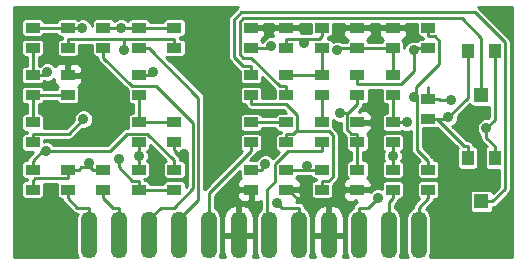
<source format=gbl>
G04 (created by PCBNEW (2013-07-07 BZR 4022)-stable) date 2014-07-07 10:16:25 AM*
%MOIN*%
G04 Gerber Fmt 3.4, Leading zero omitted, Abs format*
%FSLAX34Y34*%
G01*
G70*
G90*
G04 APERTURE LIST*
%ADD10C,0.00590551*%
%ADD11R,0.045X0.032*%
%ADD12O,0.0531496X0.15748*%
%ADD13R,0.0393701X0.0492126*%
%ADD14R,0.0472441X0.0492126*%
%ADD15C,0.035*%
%ADD16C,0.01*%
G04 APERTURE END LIST*
G54D10*
G54D11*
X30511Y-42854D03*
X30511Y-42184D03*
X25590Y-44429D03*
X25590Y-43759D03*
X26771Y-43759D03*
X26771Y-44429D03*
X25590Y-42854D03*
X25590Y-42184D03*
X34055Y-45334D03*
X34055Y-46004D03*
X34055Y-43759D03*
X34055Y-44429D03*
X34055Y-41279D03*
X34055Y-40609D03*
X32874Y-41279D03*
X32874Y-40609D03*
X34055Y-42184D03*
X34055Y-42854D03*
X22047Y-46004D03*
X22047Y-45334D03*
X31692Y-42854D03*
X31692Y-42184D03*
X31692Y-41279D03*
X31692Y-40609D03*
X25590Y-46004D03*
X25590Y-45334D03*
X26771Y-45334D03*
X26771Y-46004D03*
X24409Y-46004D03*
X24409Y-45334D03*
X23228Y-46004D03*
X23228Y-45334D03*
X35236Y-42972D03*
X35236Y-43642D03*
X29330Y-44429D03*
X29330Y-43759D03*
X29330Y-41279D03*
X29330Y-40609D03*
X30511Y-45334D03*
X30511Y-46004D03*
X29330Y-45334D03*
X29330Y-46004D03*
X31692Y-46004D03*
X31692Y-45334D03*
X30511Y-43759D03*
X30511Y-44429D03*
X29330Y-42184D03*
X29330Y-42854D03*
X32874Y-42854D03*
X32874Y-42184D03*
X32874Y-45334D03*
X32874Y-46004D03*
X32874Y-44429D03*
X32874Y-43759D03*
X35236Y-41279D03*
X35236Y-40609D03*
X35236Y-45334D03*
X35236Y-46004D03*
X22047Y-43759D03*
X22047Y-44429D03*
X23228Y-42854D03*
X23228Y-42184D03*
X22047Y-42184D03*
X22047Y-42854D03*
X22047Y-40609D03*
X22047Y-41279D03*
X23228Y-41279D03*
X23228Y-40609D03*
X26771Y-40609D03*
X26771Y-41279D03*
X25590Y-41279D03*
X25590Y-40609D03*
X24409Y-41279D03*
X24409Y-40609D03*
X31692Y-44429D03*
X31692Y-43759D03*
X30511Y-41279D03*
X30511Y-40609D03*
G54D12*
X34921Y-47519D03*
X33921Y-47519D03*
X32921Y-47519D03*
X31921Y-47519D03*
X30921Y-47519D03*
X29921Y-47519D03*
X28921Y-47519D03*
X27921Y-47519D03*
X26921Y-47519D03*
X25921Y-47519D03*
X24921Y-47519D03*
X23921Y-47519D03*
G54D13*
X37460Y-41397D03*
X36555Y-41397D03*
G54D14*
X37007Y-42854D03*
G54D13*
X37460Y-44940D03*
X36555Y-44940D03*
G54D14*
X37007Y-46397D03*
G54D15*
X35983Y-43019D03*
X37171Y-43957D03*
X35907Y-43593D03*
X31200Y-46299D03*
X27086Y-44822D03*
X28464Y-46338D03*
X33484Y-40610D03*
X31161Y-40629D03*
X28334Y-42044D03*
X32381Y-46491D03*
X24835Y-43894D03*
X24905Y-42721D03*
X28332Y-44118D03*
X34748Y-42932D03*
X25000Y-40609D03*
X25108Y-41365D03*
X30183Y-46440D03*
X33554Y-46287D03*
X23710Y-40620D03*
X32283Y-43453D03*
X31179Y-45224D03*
X29811Y-45157D03*
X26073Y-42076D03*
X23924Y-45122D03*
X22540Y-42083D03*
X22502Y-44724D03*
X32193Y-41365D03*
X24924Y-44972D03*
X25590Y-44881D03*
X34055Y-44881D03*
X34541Y-43761D03*
X34749Y-41365D03*
X30005Y-41220D03*
X31081Y-41121D03*
X23743Y-43654D03*
G54D16*
X35236Y-42598D02*
X35236Y-42972D01*
X35236Y-42972D02*
X35236Y-42972D01*
X35236Y-42972D02*
X35591Y-42972D01*
X37460Y-44940D02*
X37460Y-44564D01*
X35638Y-43019D02*
X35591Y-42972D01*
X35983Y-43019D02*
X35638Y-43019D01*
X37460Y-43668D02*
X37460Y-41397D01*
X37171Y-43957D02*
X37460Y-43668D01*
X37171Y-44275D02*
X37171Y-43957D01*
X37460Y-44564D02*
X37171Y-44275D01*
X35236Y-43642D02*
X35236Y-43642D01*
X35236Y-43642D02*
X35236Y-43642D01*
X35704Y-43642D02*
X35515Y-43642D01*
X35515Y-43642D02*
X35236Y-43642D01*
X36437Y-44564D02*
X36555Y-44564D01*
X35515Y-43642D02*
X36437Y-44564D01*
X36555Y-44940D02*
X36555Y-44564D01*
X35858Y-43642D02*
X35907Y-43593D01*
X35704Y-43642D02*
X35858Y-43642D01*
X36555Y-42945D02*
X36555Y-41397D01*
X35907Y-43593D02*
X36555Y-42945D01*
X24409Y-46294D02*
X24409Y-46004D01*
X24717Y-46602D02*
X24409Y-46294D01*
X24921Y-46602D02*
X24717Y-46602D01*
X24921Y-47519D02*
X24921Y-46602D01*
X24409Y-46004D02*
X24409Y-46004D01*
X23921Y-46602D02*
X23921Y-47519D01*
X23536Y-46602D02*
X23921Y-46602D01*
X23228Y-46294D02*
X23536Y-46602D01*
X23228Y-46004D02*
X23228Y-46294D01*
X23228Y-46004D02*
X23228Y-46004D01*
X25915Y-41279D02*
X25590Y-41279D01*
X27571Y-42935D02*
X25915Y-41279D01*
X27571Y-46347D02*
X27571Y-42935D01*
X26921Y-46998D02*
X27571Y-46347D01*
X26921Y-47519D02*
X26921Y-46998D01*
X25590Y-41279D02*
X25590Y-41279D01*
X24409Y-41607D02*
X24409Y-41279D01*
X25366Y-42564D02*
X24409Y-41607D01*
X26159Y-42564D02*
X25366Y-42564D01*
X27391Y-43796D02*
X26159Y-42564D01*
X27391Y-45963D02*
X27391Y-43796D01*
X26752Y-46602D02*
X27391Y-45963D01*
X26317Y-46602D02*
X26752Y-46602D01*
X25921Y-46998D02*
X26317Y-46602D01*
X25921Y-47519D02*
X25921Y-46998D01*
X24409Y-41279D02*
X24409Y-41279D01*
X30871Y-46299D02*
X31200Y-46299D01*
X30576Y-46004D02*
X30871Y-46299D01*
X30511Y-46004D02*
X30576Y-46004D01*
X26905Y-44822D02*
X27086Y-44822D01*
X26771Y-44689D02*
X26905Y-44822D01*
X26771Y-44429D02*
X26771Y-44689D01*
X28798Y-46004D02*
X28464Y-46338D01*
X29330Y-46004D02*
X28798Y-46004D01*
X33199Y-40610D02*
X33484Y-40610D01*
X33199Y-40609D02*
X33199Y-40610D01*
X32874Y-40609D02*
X33199Y-40609D01*
X31141Y-40609D02*
X29330Y-40609D01*
X31161Y-40629D02*
X31141Y-40609D01*
X29870Y-47468D02*
X29921Y-47519D01*
X29870Y-45990D02*
X29870Y-47468D01*
X30116Y-45744D02*
X29870Y-45990D01*
X30116Y-45156D02*
X30116Y-45744D01*
X30553Y-44719D02*
X30116Y-45156D01*
X31692Y-44719D02*
X30553Y-44719D01*
X31692Y-44429D02*
X31692Y-44719D01*
X31692Y-44429D02*
X31692Y-44429D01*
X27921Y-46129D02*
X27921Y-47519D01*
X29330Y-44719D02*
X27921Y-46129D01*
X29330Y-44429D02*
X29330Y-44719D01*
X29330Y-44429D02*
X29330Y-44429D01*
X34748Y-42932D02*
X34838Y-42932D01*
X35236Y-40900D02*
X35236Y-40609D01*
X35453Y-40900D02*
X35236Y-40900D01*
X35591Y-41037D02*
X35453Y-40900D01*
X35591Y-41828D02*
X35591Y-41037D01*
X34838Y-42580D02*
X35591Y-41828D01*
X34838Y-42932D02*
X34838Y-42580D01*
X35236Y-40609D02*
X35236Y-40609D01*
X34862Y-42955D02*
X34838Y-42932D01*
X34862Y-44670D02*
X34862Y-42955D01*
X35236Y-45044D02*
X34862Y-44670D01*
X35236Y-45334D02*
X35236Y-45044D01*
X35236Y-45334D02*
X35236Y-45334D01*
X25000Y-40609D02*
X25000Y-40609D01*
X25000Y-40609D02*
X25000Y-40609D01*
X24409Y-40609D02*
X24409Y-40609D01*
X24409Y-40609D02*
X25000Y-40609D01*
X24409Y-40609D02*
X24409Y-40609D01*
X25000Y-40609D02*
X25590Y-40609D01*
X25590Y-40609D02*
X25590Y-40609D01*
X25590Y-40609D02*
X26771Y-40609D01*
X26771Y-40609D02*
X26771Y-40609D01*
X26771Y-40609D02*
X26771Y-40609D01*
X25108Y-41365D02*
X25108Y-40989D01*
X26771Y-40989D02*
X25108Y-40989D01*
X26771Y-41279D02*
X26771Y-40989D01*
X26771Y-41279D02*
X26771Y-41279D01*
X23228Y-40989D02*
X23228Y-41279D01*
X25108Y-40989D02*
X23228Y-40989D01*
X23228Y-41279D02*
X23228Y-41279D01*
X30345Y-46602D02*
X30183Y-46440D01*
X30921Y-46602D02*
X30345Y-46602D01*
X30921Y-47519D02*
X30921Y-46602D01*
X33240Y-46602D02*
X33554Y-46287D01*
X32921Y-46602D02*
X33240Y-46602D01*
X32921Y-47519D02*
X32921Y-46602D01*
X23583Y-40609D02*
X23228Y-40609D01*
X23593Y-40620D02*
X23583Y-40609D01*
X23710Y-40620D02*
X23593Y-40620D01*
X23228Y-40609D02*
X23228Y-40609D01*
X22047Y-40609D02*
X22047Y-40609D01*
X22047Y-40609D02*
X22047Y-40609D01*
X23228Y-40609D02*
X22047Y-40609D01*
X23228Y-40609D02*
X23228Y-40609D01*
X32285Y-43454D02*
X32283Y-43453D01*
X32518Y-43454D02*
X32285Y-43454D01*
X32874Y-44139D02*
X32874Y-44429D01*
X32675Y-44139D02*
X32874Y-44139D01*
X32518Y-43983D02*
X32675Y-44139D01*
X32518Y-43454D02*
X32518Y-43983D01*
X32874Y-44429D02*
X32874Y-45334D01*
X32874Y-45334D02*
X32874Y-45334D01*
X32563Y-43454D02*
X32518Y-43454D01*
X32874Y-43144D02*
X32563Y-43454D01*
X32874Y-42854D02*
X32874Y-43144D01*
X32874Y-42854D02*
X32874Y-42854D01*
X30511Y-43759D02*
X30511Y-43759D01*
X30511Y-43759D02*
X30511Y-43759D01*
X29330Y-43759D02*
X29330Y-43759D01*
X30511Y-43759D02*
X29330Y-43759D01*
X29330Y-43759D02*
X29330Y-43759D01*
X37787Y-45984D02*
X37374Y-46397D01*
X37787Y-41092D02*
X37787Y-45984D01*
X36787Y-40092D02*
X37787Y-41092D01*
X29005Y-40092D02*
X36787Y-40092D01*
X28757Y-40341D02*
X29005Y-40092D01*
X28757Y-41574D02*
X28757Y-40341D01*
X29076Y-41894D02*
X28757Y-41574D01*
X29330Y-41894D02*
X29076Y-41894D01*
X29330Y-42184D02*
X29330Y-41894D01*
X37007Y-46397D02*
X37374Y-46397D01*
X30511Y-44139D02*
X30511Y-44429D01*
X30729Y-44139D02*
X30511Y-44139D01*
X30866Y-44001D02*
X30729Y-44139D01*
X30511Y-44429D02*
X30511Y-44429D01*
X31692Y-45714D02*
X31692Y-46004D01*
X31910Y-45714D02*
X31692Y-45714D01*
X32048Y-45576D02*
X31910Y-45714D01*
X32048Y-44191D02*
X32048Y-45576D01*
X31920Y-44063D02*
X32048Y-44191D01*
X30929Y-44063D02*
X31920Y-44063D01*
X30866Y-44001D02*
X30929Y-44063D01*
X31692Y-46004D02*
X31692Y-46004D01*
X30866Y-43529D02*
X30866Y-44001D01*
X30481Y-43144D02*
X30866Y-43529D01*
X29330Y-43144D02*
X30481Y-43144D01*
X29330Y-42854D02*
X29330Y-43144D01*
X29330Y-42854D02*
X29330Y-42854D01*
X31179Y-45257D02*
X31179Y-45224D01*
X31102Y-45334D02*
X31179Y-45257D01*
X31102Y-45334D02*
X31692Y-45334D01*
X30511Y-45334D02*
X30511Y-45334D01*
X31102Y-45334D02*
X30511Y-45334D01*
X30511Y-45334D02*
X30511Y-45334D01*
X31692Y-45334D02*
X31692Y-45334D01*
X29685Y-45334D02*
X29330Y-45334D01*
X29685Y-45283D02*
X29685Y-45334D01*
X29811Y-45157D02*
X29685Y-45283D01*
X29330Y-45334D02*
X29330Y-45334D01*
X25590Y-43351D02*
X25590Y-43759D01*
X25590Y-43351D02*
X25590Y-43759D01*
X25590Y-42854D02*
X25590Y-43351D01*
X25590Y-42854D02*
X25590Y-42854D01*
X26771Y-43759D02*
X26771Y-43759D01*
X26771Y-43759D02*
X26771Y-43759D01*
X25590Y-43759D02*
X25590Y-43759D01*
X26771Y-43759D02*
X25590Y-43759D01*
X25590Y-43759D02*
X25590Y-43759D01*
X25945Y-42184D02*
X25590Y-42184D01*
X26053Y-42076D02*
X25945Y-42184D01*
X26073Y-42076D02*
X26053Y-42076D01*
X25590Y-42184D02*
X25590Y-42184D01*
X23924Y-45252D02*
X23924Y-45122D01*
X22047Y-46004D02*
X22047Y-46004D01*
X23228Y-45624D02*
X23228Y-45334D01*
X22137Y-45624D02*
X23228Y-45624D01*
X22047Y-45714D02*
X22137Y-45624D01*
X22047Y-46004D02*
X22047Y-45714D01*
X23665Y-45252D02*
X23924Y-45252D01*
X23583Y-45334D02*
X23665Y-45252D01*
X23228Y-45334D02*
X23583Y-45334D01*
X23228Y-45334D02*
X23228Y-45334D01*
X24054Y-45334D02*
X24409Y-45334D01*
X23972Y-45252D02*
X24054Y-45334D01*
X23924Y-45252D02*
X23972Y-45252D01*
X24409Y-45334D02*
X24409Y-45334D01*
X22503Y-42083D02*
X22540Y-42083D01*
X22402Y-42184D02*
X22503Y-42083D01*
X22047Y-42184D02*
X22402Y-42184D01*
X22047Y-41279D02*
X22047Y-41732D01*
X22047Y-41279D02*
X22047Y-41279D01*
X22047Y-41732D02*
X22047Y-41958D01*
X22047Y-41958D02*
X22047Y-42184D01*
X22047Y-42184D02*
X22047Y-42184D01*
X22047Y-41732D02*
X22047Y-41958D01*
X22047Y-41958D02*
X22047Y-42184D01*
X24615Y-44724D02*
X22502Y-44724D01*
X25200Y-44139D02*
X24615Y-44724D01*
X25877Y-44139D02*
X25200Y-44139D01*
X26771Y-45033D02*
X25877Y-44139D01*
X26771Y-45334D02*
X26771Y-45033D01*
X26771Y-45334D02*
X26771Y-45334D01*
X22047Y-45044D02*
X22047Y-45334D01*
X22367Y-44724D02*
X22047Y-45044D01*
X22502Y-44724D02*
X22367Y-44724D01*
X22047Y-45334D02*
X22047Y-45334D01*
X31692Y-43759D02*
X31692Y-43759D01*
X31692Y-43759D02*
X31692Y-42854D01*
X31692Y-42854D02*
X31692Y-42854D01*
X34055Y-41732D02*
X34055Y-41279D01*
X34055Y-41732D02*
X34055Y-41279D01*
X32279Y-41279D02*
X32874Y-41279D01*
X32193Y-41365D02*
X32279Y-41279D01*
X32874Y-41279D02*
X32874Y-41279D01*
X34055Y-41279D02*
X34055Y-41279D01*
X32874Y-41279D02*
X34055Y-41279D01*
X34055Y-41279D02*
X34055Y-41279D01*
X32874Y-41279D02*
X32874Y-41279D01*
X34055Y-42184D02*
X34055Y-41732D01*
X34055Y-42184D02*
X34055Y-42184D01*
X32874Y-41279D02*
X32874Y-41279D01*
X34055Y-41279D02*
X34055Y-41279D01*
X30511Y-42854D02*
X30511Y-42854D01*
X30511Y-42564D02*
X30511Y-42854D01*
X30299Y-42564D02*
X30511Y-42564D01*
X29342Y-41607D02*
X30299Y-42564D01*
X29075Y-41607D02*
X29342Y-41607D01*
X28957Y-41489D02*
X29075Y-41607D01*
X28957Y-40406D02*
X28957Y-41489D01*
X29067Y-40296D02*
X28957Y-40406D01*
X36366Y-40296D02*
X29067Y-40296D01*
X37007Y-40938D02*
X37007Y-42854D01*
X36366Y-40296D02*
X37007Y-40938D01*
X31692Y-41882D02*
X31692Y-42184D01*
X31692Y-41882D02*
X31692Y-42184D01*
X31692Y-41279D02*
X31692Y-41882D01*
X31692Y-41279D02*
X31692Y-41279D01*
X31692Y-42184D02*
X31692Y-42184D01*
X31692Y-42184D02*
X31692Y-42184D01*
X30511Y-42184D02*
X30511Y-42184D01*
X31692Y-42184D02*
X30511Y-42184D01*
X30511Y-42184D02*
X30511Y-42184D01*
X25590Y-45714D02*
X25590Y-46004D01*
X25372Y-45714D02*
X25590Y-45714D01*
X24924Y-45265D02*
X25372Y-45714D01*
X24924Y-44972D02*
X24924Y-45265D01*
X25590Y-46004D02*
X25590Y-46004D01*
X26771Y-46004D02*
X26771Y-46004D01*
X26771Y-46004D02*
X26771Y-46004D01*
X25590Y-46004D02*
X26771Y-46004D01*
X25590Y-46004D02*
X25590Y-46004D01*
X25590Y-44881D02*
X25590Y-45334D01*
X25590Y-45334D02*
X25590Y-45334D01*
X25590Y-44429D02*
X25590Y-44881D01*
X25590Y-44429D02*
X25590Y-44429D01*
X34055Y-44429D02*
X34055Y-44881D01*
X34055Y-44429D02*
X34055Y-44429D01*
X34055Y-44881D02*
X34055Y-45334D01*
X34055Y-45334D02*
X34055Y-45334D01*
X34538Y-43759D02*
X34541Y-43761D01*
X34055Y-43759D02*
X34538Y-43759D01*
X34055Y-42854D02*
X34055Y-43453D01*
X34055Y-42854D02*
X34055Y-42854D01*
X34055Y-43453D02*
X34055Y-43606D01*
X34055Y-43606D02*
X34055Y-43759D01*
X34055Y-43759D02*
X34055Y-43759D01*
X34055Y-43453D02*
X34055Y-43606D01*
X34055Y-43606D02*
X34055Y-43759D01*
X32874Y-42474D02*
X32874Y-42184D01*
X34342Y-42474D02*
X32874Y-42474D01*
X34749Y-42067D02*
X34342Y-42474D01*
X34749Y-41365D02*
X34749Y-42067D01*
X32874Y-42184D02*
X32874Y-42184D01*
X34881Y-41279D02*
X35236Y-41279D01*
X34795Y-41365D02*
X34881Y-41279D01*
X34749Y-41365D02*
X34795Y-41365D01*
X35236Y-41279D02*
X35236Y-41279D01*
X29946Y-41279D02*
X29330Y-41279D01*
X30005Y-41220D02*
X29946Y-41279D01*
X29330Y-41279D02*
X29330Y-41279D01*
X31081Y-40989D02*
X31081Y-41121D01*
X30511Y-40989D02*
X31081Y-40989D01*
X30511Y-41279D02*
X30511Y-40989D01*
X30511Y-41279D02*
X30511Y-41279D01*
X31692Y-40900D02*
X31692Y-40609D01*
X31603Y-40989D02*
X31692Y-40900D01*
X31081Y-40989D02*
X31603Y-40989D01*
X31692Y-40609D02*
X31692Y-40609D01*
X22047Y-43307D02*
X22047Y-42854D01*
X22047Y-43307D02*
X22047Y-42854D01*
X22047Y-42854D02*
X22047Y-42854D01*
X22047Y-42854D02*
X22047Y-42854D01*
X23228Y-42854D02*
X23228Y-42854D01*
X23228Y-42854D02*
X22047Y-42854D01*
X23228Y-42854D02*
X23228Y-42854D01*
X22047Y-43759D02*
X22047Y-43307D01*
X22047Y-43759D02*
X22047Y-43759D01*
X22047Y-42854D02*
X22047Y-42854D01*
X22047Y-44139D02*
X22047Y-44429D01*
X23258Y-44139D02*
X22047Y-44139D01*
X23743Y-43654D02*
X23258Y-44139D01*
X22047Y-44429D02*
X22047Y-44429D01*
X33921Y-46428D02*
X33921Y-47519D01*
X34055Y-46294D02*
X33921Y-46428D01*
X34055Y-46004D02*
X34055Y-46294D01*
X34055Y-46004D02*
X34055Y-46004D01*
X34921Y-46602D02*
X34921Y-47519D01*
X35229Y-46294D02*
X34921Y-46602D01*
X35236Y-46294D02*
X35229Y-46294D01*
X35236Y-46004D02*
X35236Y-46294D01*
X35236Y-46004D02*
X35236Y-46004D01*
G54D10*
G36*
X26829Y-44479D02*
X26821Y-44479D01*
X26821Y-44487D01*
X26721Y-44487D01*
X26721Y-44479D01*
X26713Y-44479D01*
X26713Y-44379D01*
X26721Y-44379D01*
X26721Y-44371D01*
X26821Y-44371D01*
X26821Y-44379D01*
X26829Y-44379D01*
X26829Y-44479D01*
X26829Y-44479D01*
G37*
G54D16*
X26829Y-44479D02*
X26821Y-44479D01*
X26821Y-44487D01*
X26721Y-44487D01*
X26721Y-44479D01*
X26713Y-44479D01*
X26713Y-44379D01*
X26721Y-44379D01*
X26721Y-44371D01*
X26821Y-44371D01*
X26821Y-44379D01*
X26829Y-44379D01*
X26829Y-44479D01*
G54D10*
G36*
X27191Y-45880D02*
X27146Y-45925D01*
X27146Y-45814D01*
X27123Y-45759D01*
X27081Y-45717D01*
X27026Y-45694D01*
X26966Y-45694D01*
X26516Y-45694D01*
X26461Y-45717D01*
X26419Y-45759D01*
X26400Y-45804D01*
X25961Y-45804D01*
X25942Y-45759D01*
X25900Y-45717D01*
X25845Y-45694D01*
X25786Y-45694D01*
X25776Y-45644D01*
X25845Y-45644D01*
X25900Y-45621D01*
X25942Y-45579D01*
X25965Y-45524D01*
X25965Y-45464D01*
X25965Y-45144D01*
X25942Y-45089D01*
X25900Y-45047D01*
X25877Y-45037D01*
X25915Y-44946D01*
X25915Y-44817D01*
X25877Y-44726D01*
X25900Y-44716D01*
X25942Y-44674D01*
X25965Y-44619D01*
X25965Y-44559D01*
X25965Y-44510D01*
X26490Y-45035D01*
X26461Y-45047D01*
X26419Y-45089D01*
X26396Y-45144D01*
X26396Y-45203D01*
X26396Y-45523D01*
X26419Y-45579D01*
X26461Y-45621D01*
X26516Y-45644D01*
X26576Y-45644D01*
X27026Y-45644D01*
X27081Y-45621D01*
X27123Y-45579D01*
X27146Y-45524D01*
X27146Y-45464D01*
X27146Y-45144D01*
X27123Y-45089D01*
X27081Y-45047D01*
X27026Y-45024D01*
X26969Y-45024D01*
X26956Y-44957D01*
X26913Y-44892D01*
X26912Y-44892D01*
X26821Y-44801D01*
X26821Y-44776D01*
X26884Y-44839D01*
X26947Y-44839D01*
X27046Y-44839D01*
X27138Y-44801D01*
X27191Y-44748D01*
X27191Y-45880D01*
X27191Y-45880D01*
G37*
G54D16*
X27191Y-45880D02*
X27146Y-45925D01*
X27146Y-45814D01*
X27123Y-45759D01*
X27081Y-45717D01*
X27026Y-45694D01*
X26966Y-45694D01*
X26516Y-45694D01*
X26461Y-45717D01*
X26419Y-45759D01*
X26400Y-45804D01*
X25961Y-45804D01*
X25942Y-45759D01*
X25900Y-45717D01*
X25845Y-45694D01*
X25786Y-45694D01*
X25776Y-45644D01*
X25845Y-45644D01*
X25900Y-45621D01*
X25942Y-45579D01*
X25965Y-45524D01*
X25965Y-45464D01*
X25965Y-45144D01*
X25942Y-45089D01*
X25900Y-45047D01*
X25877Y-45037D01*
X25915Y-44946D01*
X25915Y-44817D01*
X25877Y-44726D01*
X25900Y-44716D01*
X25942Y-44674D01*
X25965Y-44619D01*
X25965Y-44559D01*
X25965Y-44510D01*
X26490Y-45035D01*
X26461Y-45047D01*
X26419Y-45089D01*
X26396Y-45144D01*
X26396Y-45203D01*
X26396Y-45523D01*
X26419Y-45579D01*
X26461Y-45621D01*
X26516Y-45644D01*
X26576Y-45644D01*
X27026Y-45644D01*
X27081Y-45621D01*
X27123Y-45579D01*
X27146Y-45524D01*
X27146Y-45464D01*
X27146Y-45144D01*
X27123Y-45089D01*
X27081Y-45047D01*
X27026Y-45024D01*
X26969Y-45024D01*
X26956Y-44957D01*
X26913Y-44892D01*
X26912Y-44892D01*
X26821Y-44801D01*
X26821Y-44776D01*
X26884Y-44839D01*
X26947Y-44839D01*
X27046Y-44839D01*
X27138Y-44801D01*
X27191Y-44748D01*
X27191Y-45880D01*
G54D10*
G36*
X29670Y-46656D02*
X29627Y-46685D01*
X29537Y-46820D01*
X29505Y-46979D01*
X29505Y-48059D01*
X29537Y-48218D01*
X29561Y-48255D01*
X29387Y-48255D01*
X29437Y-48091D01*
X29437Y-47569D01*
X29437Y-47469D01*
X29437Y-46948D01*
X29378Y-46754D01*
X29280Y-46634D01*
X29280Y-46351D01*
X29280Y-46054D01*
X28918Y-46054D01*
X28855Y-46116D01*
X28855Y-46213D01*
X28893Y-46305D01*
X28963Y-46376D01*
X29055Y-46414D01*
X29155Y-46414D01*
X29218Y-46414D01*
X29280Y-46351D01*
X29280Y-46634D01*
X29250Y-46597D01*
X29072Y-46502D01*
X29050Y-46498D01*
X28971Y-46547D01*
X28971Y-47469D01*
X29437Y-47469D01*
X29437Y-47569D01*
X28971Y-47569D01*
X28971Y-47577D01*
X28871Y-47577D01*
X28871Y-47569D01*
X28871Y-47469D01*
X28871Y-46547D01*
X28791Y-46498D01*
X28770Y-46502D01*
X28591Y-46597D01*
X28463Y-46754D01*
X28405Y-46948D01*
X28405Y-47469D01*
X28871Y-47469D01*
X28871Y-47569D01*
X28405Y-47569D01*
X28405Y-48091D01*
X28455Y-48255D01*
X28280Y-48255D01*
X28305Y-48218D01*
X28337Y-48059D01*
X28337Y-46979D01*
X28305Y-46820D01*
X28215Y-46685D01*
X28121Y-46622D01*
X28121Y-46211D01*
X28955Y-45377D01*
X28955Y-45523D01*
X28978Y-45579D01*
X29011Y-45612D01*
X28963Y-45632D01*
X28893Y-45702D01*
X28855Y-45794D01*
X28855Y-45891D01*
X28918Y-45954D01*
X29280Y-45954D01*
X29280Y-45946D01*
X29380Y-45946D01*
X29380Y-45954D01*
X29388Y-45954D01*
X29388Y-46054D01*
X29380Y-46054D01*
X29380Y-46351D01*
X29443Y-46414D01*
X29506Y-46414D01*
X29605Y-46414D01*
X29670Y-46387D01*
X29670Y-46656D01*
X29670Y-46656D01*
G37*
G54D16*
X29670Y-46656D02*
X29627Y-46685D01*
X29537Y-46820D01*
X29505Y-46979D01*
X29505Y-48059D01*
X29537Y-48218D01*
X29561Y-48255D01*
X29387Y-48255D01*
X29437Y-48091D01*
X29437Y-47569D01*
X29437Y-47469D01*
X29437Y-46948D01*
X29378Y-46754D01*
X29280Y-46634D01*
X29280Y-46351D01*
X29280Y-46054D01*
X28918Y-46054D01*
X28855Y-46116D01*
X28855Y-46213D01*
X28893Y-46305D01*
X28963Y-46376D01*
X29055Y-46414D01*
X29155Y-46414D01*
X29218Y-46414D01*
X29280Y-46351D01*
X29280Y-46634D01*
X29250Y-46597D01*
X29072Y-46502D01*
X29050Y-46498D01*
X28971Y-46547D01*
X28971Y-47469D01*
X29437Y-47469D01*
X29437Y-47569D01*
X28971Y-47569D01*
X28971Y-47577D01*
X28871Y-47577D01*
X28871Y-47569D01*
X28871Y-47469D01*
X28871Y-46547D01*
X28791Y-46498D01*
X28770Y-46502D01*
X28591Y-46597D01*
X28463Y-46754D01*
X28405Y-46948D01*
X28405Y-47469D01*
X28871Y-47469D01*
X28871Y-47569D01*
X28405Y-47569D01*
X28405Y-48091D01*
X28455Y-48255D01*
X28280Y-48255D01*
X28305Y-48218D01*
X28337Y-48059D01*
X28337Y-46979D01*
X28305Y-46820D01*
X28215Y-46685D01*
X28121Y-46622D01*
X28121Y-46211D01*
X28955Y-45377D01*
X28955Y-45523D01*
X28978Y-45579D01*
X29011Y-45612D01*
X28963Y-45632D01*
X28893Y-45702D01*
X28855Y-45794D01*
X28855Y-45891D01*
X28918Y-45954D01*
X29280Y-45954D01*
X29280Y-45946D01*
X29380Y-45946D01*
X29380Y-45954D01*
X29388Y-45954D01*
X29388Y-46054D01*
X29380Y-46054D01*
X29380Y-46351D01*
X29443Y-46414D01*
X29506Y-46414D01*
X29605Y-46414D01*
X29670Y-46387D01*
X29670Y-46656D01*
G54D10*
G36*
X30503Y-43449D02*
X30257Y-43449D01*
X30201Y-43472D01*
X30159Y-43514D01*
X30141Y-43559D01*
X29701Y-43559D01*
X29682Y-43514D01*
X29640Y-43472D01*
X29585Y-43449D01*
X29526Y-43449D01*
X29076Y-43449D01*
X29020Y-43472D01*
X28978Y-43514D01*
X28955Y-43569D01*
X28955Y-43629D01*
X28955Y-43949D01*
X28978Y-44004D01*
X29020Y-44046D01*
X29075Y-44069D01*
X29135Y-44069D01*
X29585Y-44069D01*
X29640Y-44046D01*
X29682Y-44004D01*
X29701Y-43959D01*
X30141Y-43959D01*
X30159Y-44004D01*
X30201Y-44046D01*
X30256Y-44069D01*
X30316Y-44069D01*
X30325Y-44069D01*
X30315Y-44119D01*
X30257Y-44119D01*
X30201Y-44142D01*
X30159Y-44184D01*
X30136Y-44239D01*
X30136Y-44299D01*
X30136Y-44619D01*
X30159Y-44674D01*
X30201Y-44716D01*
X30252Y-44737D01*
X30051Y-44938D01*
X29995Y-44882D01*
X29876Y-44832D01*
X29747Y-44832D01*
X29627Y-44882D01*
X29536Y-44973D01*
X29515Y-45024D01*
X29308Y-45024D01*
X29472Y-44861D01*
X29472Y-44861D01*
X29501Y-44817D01*
X29515Y-44796D01*
X29515Y-44796D01*
X29526Y-44739D01*
X29585Y-44739D01*
X29640Y-44716D01*
X29682Y-44674D01*
X29705Y-44619D01*
X29705Y-44559D01*
X29705Y-44239D01*
X29682Y-44184D01*
X29640Y-44142D01*
X29585Y-44119D01*
X29526Y-44119D01*
X29076Y-44119D01*
X29020Y-44142D01*
X28978Y-44184D01*
X28955Y-44239D01*
X28955Y-44299D01*
X28955Y-44619D01*
X28978Y-44674D01*
X29020Y-44716D01*
X29042Y-44725D01*
X27779Y-45987D01*
X27771Y-46000D01*
X27771Y-42935D01*
X27756Y-42859D01*
X27713Y-42794D01*
X27712Y-42794D01*
X26502Y-41583D01*
X26516Y-41589D01*
X26576Y-41589D01*
X27026Y-41589D01*
X27081Y-41567D01*
X27123Y-41524D01*
X27146Y-41469D01*
X27146Y-41410D01*
X27146Y-41090D01*
X27123Y-41035D01*
X27081Y-40992D01*
X27026Y-40969D01*
X26967Y-40969D01*
X26957Y-40919D01*
X27026Y-40919D01*
X27081Y-40897D01*
X27123Y-40854D01*
X27146Y-40799D01*
X27146Y-40740D01*
X27146Y-40420D01*
X27123Y-40365D01*
X27081Y-40322D01*
X27026Y-40299D01*
X26966Y-40299D01*
X26516Y-40299D01*
X26461Y-40322D01*
X26419Y-40364D01*
X26400Y-40409D01*
X25961Y-40409D01*
X25942Y-40365D01*
X25900Y-40322D01*
X25845Y-40299D01*
X25785Y-40299D01*
X25335Y-40299D01*
X25280Y-40322D01*
X25238Y-40364D01*
X25231Y-40381D01*
X25184Y-40334D01*
X25064Y-40284D01*
X24935Y-40284D01*
X24816Y-40334D01*
X24768Y-40381D01*
X24761Y-40365D01*
X24719Y-40322D01*
X24664Y-40299D01*
X24604Y-40299D01*
X24154Y-40299D01*
X24099Y-40322D01*
X24057Y-40364D01*
X24034Y-40419D01*
X24034Y-40479D01*
X24034Y-40553D01*
X23985Y-40436D01*
X23894Y-40344D01*
X23775Y-40295D01*
X23645Y-40295D01*
X23550Y-40334D01*
X23538Y-40322D01*
X23483Y-40299D01*
X23423Y-40299D01*
X22973Y-40299D01*
X22918Y-40322D01*
X22876Y-40364D01*
X22857Y-40409D01*
X22418Y-40409D01*
X22399Y-40365D01*
X22357Y-40322D01*
X22302Y-40299D01*
X22242Y-40299D01*
X21792Y-40299D01*
X21737Y-40322D01*
X21695Y-40364D01*
X21672Y-40419D01*
X21672Y-40479D01*
X21672Y-40799D01*
X21695Y-40854D01*
X21737Y-40896D01*
X21792Y-40919D01*
X21851Y-40919D01*
X22301Y-40919D01*
X22357Y-40897D01*
X22399Y-40854D01*
X22418Y-40809D01*
X22857Y-40809D01*
X22876Y-40854D01*
X22918Y-40896D01*
X22973Y-40919D01*
X23033Y-40919D01*
X23042Y-40919D01*
X23032Y-40969D01*
X22973Y-40969D01*
X22918Y-40992D01*
X22876Y-41034D01*
X22853Y-41089D01*
X22853Y-41149D01*
X22853Y-41469D01*
X22876Y-41524D01*
X22918Y-41566D01*
X22973Y-41589D01*
X23033Y-41589D01*
X23483Y-41589D01*
X23538Y-41567D01*
X23580Y-41524D01*
X23603Y-41469D01*
X23603Y-41410D01*
X23603Y-41189D01*
X24034Y-41189D01*
X24034Y-41469D01*
X24057Y-41524D01*
X24099Y-41566D01*
X24154Y-41589D01*
X24209Y-41589D01*
X24209Y-41607D01*
X24224Y-41684D01*
X24268Y-41749D01*
X25215Y-42696D01*
X25215Y-42724D01*
X25215Y-43044D01*
X25238Y-43099D01*
X25280Y-43141D01*
X25335Y-43164D01*
X25390Y-43164D01*
X25390Y-43351D01*
X25390Y-43449D01*
X25335Y-43449D01*
X25280Y-43472D01*
X25238Y-43514D01*
X25215Y-43569D01*
X25215Y-43629D01*
X25215Y-43939D01*
X25200Y-43939D01*
X25123Y-43954D01*
X25059Y-43997D01*
X24532Y-44524D01*
X22761Y-44524D01*
X22686Y-44448D01*
X22567Y-44399D01*
X22438Y-44398D01*
X22422Y-44405D01*
X22422Y-44339D01*
X23258Y-44339D01*
X23335Y-44324D01*
X23399Y-44280D01*
X23701Y-43979D01*
X23808Y-43979D01*
X23927Y-43930D01*
X24019Y-43838D01*
X24068Y-43719D01*
X24068Y-43589D01*
X24019Y-43470D01*
X23928Y-43378D01*
X23808Y-43329D01*
X23679Y-43329D01*
X23559Y-43378D01*
X23468Y-43469D01*
X23418Y-43589D01*
X23418Y-43696D01*
X23175Y-43939D01*
X22422Y-43939D01*
X22422Y-43889D01*
X22422Y-43569D01*
X22399Y-43514D01*
X22357Y-43472D01*
X22302Y-43449D01*
X22247Y-43449D01*
X22247Y-43307D01*
X22247Y-43164D01*
X22301Y-43164D01*
X22357Y-43141D01*
X22399Y-43099D01*
X22418Y-43054D01*
X22857Y-43054D01*
X22876Y-43099D01*
X22918Y-43141D01*
X22973Y-43164D01*
X23033Y-43164D01*
X23483Y-43164D01*
X23538Y-43141D01*
X23580Y-43099D01*
X23603Y-43044D01*
X23603Y-42984D01*
X23603Y-42664D01*
X23580Y-42609D01*
X23547Y-42576D01*
X23595Y-42556D01*
X23665Y-42486D01*
X23703Y-42394D01*
X23703Y-41975D01*
X23665Y-41883D01*
X23595Y-41812D01*
X23503Y-41774D01*
X23403Y-41774D01*
X23340Y-41774D01*
X23278Y-41837D01*
X23278Y-42134D01*
X23640Y-42134D01*
X23703Y-42072D01*
X23703Y-41975D01*
X23703Y-42394D01*
X23703Y-42297D01*
X23640Y-42234D01*
X23278Y-42234D01*
X23278Y-42242D01*
X23178Y-42242D01*
X23178Y-42234D01*
X23170Y-42234D01*
X23170Y-42134D01*
X23178Y-42134D01*
X23178Y-41837D01*
X23115Y-41774D01*
X23052Y-41774D01*
X22953Y-41774D01*
X22861Y-41812D01*
X22795Y-41878D01*
X22725Y-41808D01*
X22605Y-41758D01*
X22476Y-41758D01*
X22356Y-41807D01*
X22289Y-41874D01*
X22247Y-41874D01*
X22247Y-41732D01*
X22247Y-41589D01*
X22301Y-41589D01*
X22357Y-41567D01*
X22399Y-41524D01*
X22422Y-41469D01*
X22422Y-41410D01*
X22422Y-41090D01*
X22399Y-41035D01*
X22357Y-40992D01*
X22302Y-40969D01*
X22242Y-40969D01*
X21792Y-40969D01*
X21737Y-40992D01*
X21695Y-41034D01*
X21672Y-41089D01*
X21672Y-41149D01*
X21672Y-41469D01*
X21695Y-41524D01*
X21737Y-41566D01*
X21792Y-41589D01*
X21847Y-41589D01*
X21847Y-41732D01*
X21847Y-41874D01*
X21792Y-41874D01*
X21737Y-41897D01*
X21695Y-41939D01*
X21672Y-41994D01*
X21672Y-42054D01*
X21672Y-42374D01*
X21695Y-42429D01*
X21737Y-42471D01*
X21792Y-42494D01*
X21851Y-42494D01*
X22301Y-42494D01*
X22357Y-42471D01*
X22399Y-42429D01*
X22418Y-42384D01*
X22475Y-42408D01*
X22605Y-42408D01*
X22724Y-42359D01*
X22753Y-42330D01*
X22753Y-42394D01*
X22791Y-42486D01*
X22861Y-42556D01*
X22909Y-42576D01*
X22876Y-42609D01*
X22857Y-42654D01*
X22418Y-42654D01*
X22399Y-42609D01*
X22357Y-42567D01*
X22302Y-42544D01*
X22242Y-42544D01*
X21792Y-42544D01*
X21737Y-42567D01*
X21695Y-42609D01*
X21672Y-42664D01*
X21672Y-42724D01*
X21672Y-43044D01*
X21695Y-43099D01*
X21737Y-43141D01*
X21792Y-43164D01*
X21847Y-43164D01*
X21847Y-43307D01*
X21847Y-43449D01*
X21792Y-43449D01*
X21737Y-43472D01*
X21695Y-43514D01*
X21672Y-43569D01*
X21672Y-43629D01*
X21672Y-43949D01*
X21695Y-44004D01*
X21737Y-44046D01*
X21792Y-44069D01*
X21851Y-44069D01*
X21861Y-44069D01*
X21851Y-44119D01*
X21792Y-44119D01*
X21737Y-44142D01*
X21695Y-44184D01*
X21672Y-44239D01*
X21672Y-44299D01*
X21672Y-44619D01*
X21695Y-44674D01*
X21737Y-44716D01*
X21792Y-44739D01*
X21851Y-44739D01*
X22068Y-44739D01*
X21905Y-44902D01*
X21862Y-44967D01*
X21851Y-45024D01*
X21792Y-45024D01*
X21737Y-45047D01*
X21695Y-45089D01*
X21672Y-45144D01*
X21672Y-45203D01*
X21672Y-45523D01*
X21695Y-45579D01*
X21737Y-45621D01*
X21792Y-45644D01*
X21851Y-45644D01*
X21861Y-45644D01*
X21851Y-45694D01*
X21792Y-45694D01*
X21737Y-45717D01*
X21695Y-45759D01*
X21672Y-45814D01*
X21672Y-45873D01*
X21672Y-46193D01*
X21695Y-46249D01*
X21737Y-46291D01*
X21792Y-46314D01*
X21851Y-46314D01*
X22301Y-46314D01*
X22357Y-46291D01*
X22399Y-46249D01*
X22422Y-46194D01*
X22422Y-46134D01*
X22422Y-45824D01*
X22853Y-45824D01*
X22853Y-45873D01*
X22853Y-46193D01*
X22876Y-46249D01*
X22918Y-46291D01*
X22973Y-46314D01*
X23032Y-46314D01*
X23043Y-46371D01*
X23086Y-46435D01*
X23394Y-46743D01*
X23394Y-46743D01*
X23459Y-46787D01*
X23536Y-46802D01*
X23549Y-46802D01*
X23537Y-46820D01*
X23505Y-46979D01*
X23505Y-48059D01*
X23537Y-48218D01*
X23561Y-48255D01*
X21429Y-48255D01*
X21429Y-39933D01*
X28890Y-39933D01*
X28864Y-39951D01*
X28615Y-40199D01*
X28572Y-40264D01*
X28557Y-40341D01*
X28557Y-41574D01*
X28572Y-41651D01*
X28615Y-41716D01*
X28935Y-42035D01*
X28935Y-42035D01*
X28955Y-42049D01*
X28955Y-42054D01*
X28955Y-42374D01*
X28978Y-42429D01*
X29020Y-42471D01*
X29075Y-42494D01*
X29135Y-42494D01*
X29585Y-42494D01*
X29640Y-42471D01*
X29682Y-42429D01*
X29705Y-42374D01*
X29705Y-42314D01*
X29705Y-42253D01*
X30136Y-42684D01*
X30136Y-42724D01*
X30136Y-42944D01*
X29705Y-42944D01*
X29705Y-42664D01*
X29682Y-42609D01*
X29640Y-42567D01*
X29585Y-42544D01*
X29526Y-42544D01*
X29076Y-42544D01*
X29020Y-42567D01*
X28978Y-42609D01*
X28955Y-42664D01*
X28955Y-42724D01*
X28955Y-43044D01*
X28978Y-43099D01*
X29020Y-43141D01*
X29075Y-43164D01*
X29134Y-43164D01*
X29145Y-43221D01*
X29189Y-43286D01*
X29254Y-43329D01*
X29330Y-43344D01*
X30399Y-43344D01*
X30503Y-43449D01*
X30503Y-43449D01*
G37*
G54D16*
X30503Y-43449D02*
X30257Y-43449D01*
X30201Y-43472D01*
X30159Y-43514D01*
X30141Y-43559D01*
X29701Y-43559D01*
X29682Y-43514D01*
X29640Y-43472D01*
X29585Y-43449D01*
X29526Y-43449D01*
X29076Y-43449D01*
X29020Y-43472D01*
X28978Y-43514D01*
X28955Y-43569D01*
X28955Y-43629D01*
X28955Y-43949D01*
X28978Y-44004D01*
X29020Y-44046D01*
X29075Y-44069D01*
X29135Y-44069D01*
X29585Y-44069D01*
X29640Y-44046D01*
X29682Y-44004D01*
X29701Y-43959D01*
X30141Y-43959D01*
X30159Y-44004D01*
X30201Y-44046D01*
X30256Y-44069D01*
X30316Y-44069D01*
X30325Y-44069D01*
X30315Y-44119D01*
X30257Y-44119D01*
X30201Y-44142D01*
X30159Y-44184D01*
X30136Y-44239D01*
X30136Y-44299D01*
X30136Y-44619D01*
X30159Y-44674D01*
X30201Y-44716D01*
X30252Y-44737D01*
X30051Y-44938D01*
X29995Y-44882D01*
X29876Y-44832D01*
X29747Y-44832D01*
X29627Y-44882D01*
X29536Y-44973D01*
X29515Y-45024D01*
X29308Y-45024D01*
X29472Y-44861D01*
X29472Y-44861D01*
X29501Y-44817D01*
X29515Y-44796D01*
X29515Y-44796D01*
X29526Y-44739D01*
X29585Y-44739D01*
X29640Y-44716D01*
X29682Y-44674D01*
X29705Y-44619D01*
X29705Y-44559D01*
X29705Y-44239D01*
X29682Y-44184D01*
X29640Y-44142D01*
X29585Y-44119D01*
X29526Y-44119D01*
X29076Y-44119D01*
X29020Y-44142D01*
X28978Y-44184D01*
X28955Y-44239D01*
X28955Y-44299D01*
X28955Y-44619D01*
X28978Y-44674D01*
X29020Y-44716D01*
X29042Y-44725D01*
X27779Y-45987D01*
X27771Y-46000D01*
X27771Y-42935D01*
X27756Y-42859D01*
X27713Y-42794D01*
X27712Y-42794D01*
X26502Y-41583D01*
X26516Y-41589D01*
X26576Y-41589D01*
X27026Y-41589D01*
X27081Y-41567D01*
X27123Y-41524D01*
X27146Y-41469D01*
X27146Y-41410D01*
X27146Y-41090D01*
X27123Y-41035D01*
X27081Y-40992D01*
X27026Y-40969D01*
X26967Y-40969D01*
X26957Y-40919D01*
X27026Y-40919D01*
X27081Y-40897D01*
X27123Y-40854D01*
X27146Y-40799D01*
X27146Y-40740D01*
X27146Y-40420D01*
X27123Y-40365D01*
X27081Y-40322D01*
X27026Y-40299D01*
X26966Y-40299D01*
X26516Y-40299D01*
X26461Y-40322D01*
X26419Y-40364D01*
X26400Y-40409D01*
X25961Y-40409D01*
X25942Y-40365D01*
X25900Y-40322D01*
X25845Y-40299D01*
X25785Y-40299D01*
X25335Y-40299D01*
X25280Y-40322D01*
X25238Y-40364D01*
X25231Y-40381D01*
X25184Y-40334D01*
X25064Y-40284D01*
X24935Y-40284D01*
X24816Y-40334D01*
X24768Y-40381D01*
X24761Y-40365D01*
X24719Y-40322D01*
X24664Y-40299D01*
X24604Y-40299D01*
X24154Y-40299D01*
X24099Y-40322D01*
X24057Y-40364D01*
X24034Y-40419D01*
X24034Y-40479D01*
X24034Y-40553D01*
X23985Y-40436D01*
X23894Y-40344D01*
X23775Y-40295D01*
X23645Y-40295D01*
X23550Y-40334D01*
X23538Y-40322D01*
X23483Y-40299D01*
X23423Y-40299D01*
X22973Y-40299D01*
X22918Y-40322D01*
X22876Y-40364D01*
X22857Y-40409D01*
X22418Y-40409D01*
X22399Y-40365D01*
X22357Y-40322D01*
X22302Y-40299D01*
X22242Y-40299D01*
X21792Y-40299D01*
X21737Y-40322D01*
X21695Y-40364D01*
X21672Y-40419D01*
X21672Y-40479D01*
X21672Y-40799D01*
X21695Y-40854D01*
X21737Y-40896D01*
X21792Y-40919D01*
X21851Y-40919D01*
X22301Y-40919D01*
X22357Y-40897D01*
X22399Y-40854D01*
X22418Y-40809D01*
X22857Y-40809D01*
X22876Y-40854D01*
X22918Y-40896D01*
X22973Y-40919D01*
X23033Y-40919D01*
X23042Y-40919D01*
X23032Y-40969D01*
X22973Y-40969D01*
X22918Y-40992D01*
X22876Y-41034D01*
X22853Y-41089D01*
X22853Y-41149D01*
X22853Y-41469D01*
X22876Y-41524D01*
X22918Y-41566D01*
X22973Y-41589D01*
X23033Y-41589D01*
X23483Y-41589D01*
X23538Y-41567D01*
X23580Y-41524D01*
X23603Y-41469D01*
X23603Y-41410D01*
X23603Y-41189D01*
X24034Y-41189D01*
X24034Y-41469D01*
X24057Y-41524D01*
X24099Y-41566D01*
X24154Y-41589D01*
X24209Y-41589D01*
X24209Y-41607D01*
X24224Y-41684D01*
X24268Y-41749D01*
X25215Y-42696D01*
X25215Y-42724D01*
X25215Y-43044D01*
X25238Y-43099D01*
X25280Y-43141D01*
X25335Y-43164D01*
X25390Y-43164D01*
X25390Y-43351D01*
X25390Y-43449D01*
X25335Y-43449D01*
X25280Y-43472D01*
X25238Y-43514D01*
X25215Y-43569D01*
X25215Y-43629D01*
X25215Y-43939D01*
X25200Y-43939D01*
X25123Y-43954D01*
X25059Y-43997D01*
X24532Y-44524D01*
X22761Y-44524D01*
X22686Y-44448D01*
X22567Y-44399D01*
X22438Y-44398D01*
X22422Y-44405D01*
X22422Y-44339D01*
X23258Y-44339D01*
X23335Y-44324D01*
X23399Y-44280D01*
X23701Y-43979D01*
X23808Y-43979D01*
X23927Y-43930D01*
X24019Y-43838D01*
X24068Y-43719D01*
X24068Y-43589D01*
X24019Y-43470D01*
X23928Y-43378D01*
X23808Y-43329D01*
X23679Y-43329D01*
X23559Y-43378D01*
X23468Y-43469D01*
X23418Y-43589D01*
X23418Y-43696D01*
X23175Y-43939D01*
X22422Y-43939D01*
X22422Y-43889D01*
X22422Y-43569D01*
X22399Y-43514D01*
X22357Y-43472D01*
X22302Y-43449D01*
X22247Y-43449D01*
X22247Y-43307D01*
X22247Y-43164D01*
X22301Y-43164D01*
X22357Y-43141D01*
X22399Y-43099D01*
X22418Y-43054D01*
X22857Y-43054D01*
X22876Y-43099D01*
X22918Y-43141D01*
X22973Y-43164D01*
X23033Y-43164D01*
X23483Y-43164D01*
X23538Y-43141D01*
X23580Y-43099D01*
X23603Y-43044D01*
X23603Y-42984D01*
X23603Y-42664D01*
X23580Y-42609D01*
X23547Y-42576D01*
X23595Y-42556D01*
X23665Y-42486D01*
X23703Y-42394D01*
X23703Y-41975D01*
X23665Y-41883D01*
X23595Y-41812D01*
X23503Y-41774D01*
X23403Y-41774D01*
X23340Y-41774D01*
X23278Y-41837D01*
X23278Y-42134D01*
X23640Y-42134D01*
X23703Y-42072D01*
X23703Y-41975D01*
X23703Y-42394D01*
X23703Y-42297D01*
X23640Y-42234D01*
X23278Y-42234D01*
X23278Y-42242D01*
X23178Y-42242D01*
X23178Y-42234D01*
X23170Y-42234D01*
X23170Y-42134D01*
X23178Y-42134D01*
X23178Y-41837D01*
X23115Y-41774D01*
X23052Y-41774D01*
X22953Y-41774D01*
X22861Y-41812D01*
X22795Y-41878D01*
X22725Y-41808D01*
X22605Y-41758D01*
X22476Y-41758D01*
X22356Y-41807D01*
X22289Y-41874D01*
X22247Y-41874D01*
X22247Y-41732D01*
X22247Y-41589D01*
X22301Y-41589D01*
X22357Y-41567D01*
X22399Y-41524D01*
X22422Y-41469D01*
X22422Y-41410D01*
X22422Y-41090D01*
X22399Y-41035D01*
X22357Y-40992D01*
X22302Y-40969D01*
X22242Y-40969D01*
X21792Y-40969D01*
X21737Y-40992D01*
X21695Y-41034D01*
X21672Y-41089D01*
X21672Y-41149D01*
X21672Y-41469D01*
X21695Y-41524D01*
X21737Y-41566D01*
X21792Y-41589D01*
X21847Y-41589D01*
X21847Y-41732D01*
X21847Y-41874D01*
X21792Y-41874D01*
X21737Y-41897D01*
X21695Y-41939D01*
X21672Y-41994D01*
X21672Y-42054D01*
X21672Y-42374D01*
X21695Y-42429D01*
X21737Y-42471D01*
X21792Y-42494D01*
X21851Y-42494D01*
X22301Y-42494D01*
X22357Y-42471D01*
X22399Y-42429D01*
X22418Y-42384D01*
X22475Y-42408D01*
X22605Y-42408D01*
X22724Y-42359D01*
X22753Y-42330D01*
X22753Y-42394D01*
X22791Y-42486D01*
X22861Y-42556D01*
X22909Y-42576D01*
X22876Y-42609D01*
X22857Y-42654D01*
X22418Y-42654D01*
X22399Y-42609D01*
X22357Y-42567D01*
X22302Y-42544D01*
X22242Y-42544D01*
X21792Y-42544D01*
X21737Y-42567D01*
X21695Y-42609D01*
X21672Y-42664D01*
X21672Y-42724D01*
X21672Y-43044D01*
X21695Y-43099D01*
X21737Y-43141D01*
X21792Y-43164D01*
X21847Y-43164D01*
X21847Y-43307D01*
X21847Y-43449D01*
X21792Y-43449D01*
X21737Y-43472D01*
X21695Y-43514D01*
X21672Y-43569D01*
X21672Y-43629D01*
X21672Y-43949D01*
X21695Y-44004D01*
X21737Y-44046D01*
X21792Y-44069D01*
X21851Y-44069D01*
X21861Y-44069D01*
X21851Y-44119D01*
X21792Y-44119D01*
X21737Y-44142D01*
X21695Y-44184D01*
X21672Y-44239D01*
X21672Y-44299D01*
X21672Y-44619D01*
X21695Y-44674D01*
X21737Y-44716D01*
X21792Y-44739D01*
X21851Y-44739D01*
X22068Y-44739D01*
X21905Y-44902D01*
X21862Y-44967D01*
X21851Y-45024D01*
X21792Y-45024D01*
X21737Y-45047D01*
X21695Y-45089D01*
X21672Y-45144D01*
X21672Y-45203D01*
X21672Y-45523D01*
X21695Y-45579D01*
X21737Y-45621D01*
X21792Y-45644D01*
X21851Y-45644D01*
X21861Y-45644D01*
X21851Y-45694D01*
X21792Y-45694D01*
X21737Y-45717D01*
X21695Y-45759D01*
X21672Y-45814D01*
X21672Y-45873D01*
X21672Y-46193D01*
X21695Y-46249D01*
X21737Y-46291D01*
X21792Y-46314D01*
X21851Y-46314D01*
X22301Y-46314D01*
X22357Y-46291D01*
X22399Y-46249D01*
X22422Y-46194D01*
X22422Y-46134D01*
X22422Y-45824D01*
X22853Y-45824D01*
X22853Y-45873D01*
X22853Y-46193D01*
X22876Y-46249D01*
X22918Y-46291D01*
X22973Y-46314D01*
X23032Y-46314D01*
X23043Y-46371D01*
X23086Y-46435D01*
X23394Y-46743D01*
X23394Y-46743D01*
X23459Y-46787D01*
X23536Y-46802D01*
X23549Y-46802D01*
X23537Y-46820D01*
X23505Y-46979D01*
X23505Y-48059D01*
X23537Y-48218D01*
X23561Y-48255D01*
X21429Y-48255D01*
X21429Y-39933D01*
X28890Y-39933D01*
X28864Y-39951D01*
X28615Y-40199D01*
X28572Y-40264D01*
X28557Y-40341D01*
X28557Y-41574D01*
X28572Y-41651D01*
X28615Y-41716D01*
X28935Y-42035D01*
X28935Y-42035D01*
X28955Y-42049D01*
X28955Y-42054D01*
X28955Y-42374D01*
X28978Y-42429D01*
X29020Y-42471D01*
X29075Y-42494D01*
X29135Y-42494D01*
X29585Y-42494D01*
X29640Y-42471D01*
X29682Y-42429D01*
X29705Y-42374D01*
X29705Y-42314D01*
X29705Y-42253D01*
X30136Y-42684D01*
X30136Y-42724D01*
X30136Y-42944D01*
X29705Y-42944D01*
X29705Y-42664D01*
X29682Y-42609D01*
X29640Y-42567D01*
X29585Y-42544D01*
X29526Y-42544D01*
X29076Y-42544D01*
X29020Y-42567D01*
X28978Y-42609D01*
X28955Y-42664D01*
X28955Y-42724D01*
X28955Y-43044D01*
X28978Y-43099D01*
X29020Y-43141D01*
X29075Y-43164D01*
X29134Y-43164D01*
X29145Y-43221D01*
X29189Y-43286D01*
X29254Y-43329D01*
X29330Y-43344D01*
X30399Y-43344D01*
X30503Y-43449D01*
G54D10*
G36*
X31317Y-40789D02*
X31081Y-40789D01*
X30986Y-40789D01*
X30986Y-40722D01*
X30924Y-40659D01*
X30561Y-40659D01*
X30561Y-40667D01*
X30461Y-40667D01*
X30461Y-40659D01*
X30099Y-40659D01*
X30036Y-40722D01*
X30036Y-40819D01*
X30068Y-40895D01*
X29941Y-40895D01*
X29821Y-40945D01*
X29730Y-41036D01*
X29712Y-41079D01*
X29701Y-41079D01*
X29682Y-41035D01*
X29649Y-41001D01*
X29697Y-40981D01*
X29767Y-40911D01*
X29805Y-40819D01*
X29805Y-40722D01*
X29743Y-40659D01*
X29380Y-40659D01*
X29380Y-40667D01*
X29280Y-40667D01*
X29280Y-40659D01*
X29272Y-40659D01*
X29272Y-40559D01*
X29280Y-40559D01*
X29280Y-40552D01*
X29380Y-40552D01*
X29380Y-40559D01*
X29743Y-40559D01*
X29805Y-40497D01*
X29805Y-40496D01*
X30036Y-40496D01*
X30036Y-40497D01*
X30099Y-40559D01*
X30461Y-40559D01*
X30461Y-40552D01*
X30561Y-40552D01*
X30561Y-40559D01*
X30924Y-40559D01*
X30986Y-40497D01*
X30986Y-40496D01*
X31317Y-40496D01*
X31317Y-40789D01*
X31317Y-40789D01*
G37*
G54D16*
X31317Y-40789D02*
X31081Y-40789D01*
X30986Y-40789D01*
X30986Y-40722D01*
X30924Y-40659D01*
X30561Y-40659D01*
X30561Y-40667D01*
X30461Y-40667D01*
X30461Y-40659D01*
X30099Y-40659D01*
X30036Y-40722D01*
X30036Y-40819D01*
X30068Y-40895D01*
X29941Y-40895D01*
X29821Y-40945D01*
X29730Y-41036D01*
X29712Y-41079D01*
X29701Y-41079D01*
X29682Y-41035D01*
X29649Y-41001D01*
X29697Y-40981D01*
X29767Y-40911D01*
X29805Y-40819D01*
X29805Y-40722D01*
X29743Y-40659D01*
X29380Y-40659D01*
X29380Y-40667D01*
X29280Y-40667D01*
X29280Y-40659D01*
X29272Y-40659D01*
X29272Y-40559D01*
X29280Y-40559D01*
X29280Y-40552D01*
X29380Y-40552D01*
X29380Y-40559D01*
X29743Y-40559D01*
X29805Y-40497D01*
X29805Y-40496D01*
X30036Y-40496D01*
X30036Y-40497D01*
X30099Y-40559D01*
X30461Y-40559D01*
X30461Y-40552D01*
X30561Y-40552D01*
X30561Y-40559D01*
X30924Y-40559D01*
X30986Y-40497D01*
X30986Y-40496D01*
X31317Y-40496D01*
X31317Y-40789D01*
G54D10*
G36*
X35050Y-40969D02*
X34981Y-40969D01*
X34926Y-40992D01*
X34884Y-41034D01*
X34871Y-41064D01*
X34814Y-41040D01*
X34685Y-41040D01*
X34565Y-41090D01*
X34474Y-41181D01*
X34430Y-41288D01*
X34430Y-41090D01*
X34407Y-41035D01*
X34373Y-41001D01*
X34421Y-40981D01*
X34492Y-40911D01*
X34530Y-40819D01*
X34530Y-40722D01*
X34467Y-40659D01*
X34105Y-40659D01*
X34105Y-40667D01*
X34005Y-40667D01*
X34005Y-40659D01*
X33642Y-40659D01*
X33580Y-40722D01*
X33580Y-40819D01*
X33618Y-40911D01*
X33688Y-40981D01*
X33736Y-41001D01*
X33703Y-41034D01*
X33684Y-41079D01*
X33244Y-41079D01*
X33226Y-41035D01*
X33192Y-41001D01*
X33240Y-40981D01*
X33311Y-40911D01*
X33349Y-40819D01*
X33349Y-40722D01*
X33286Y-40659D01*
X32924Y-40659D01*
X32924Y-40667D01*
X32824Y-40667D01*
X32824Y-40659D01*
X32461Y-40659D01*
X32399Y-40722D01*
X32398Y-40819D01*
X32436Y-40911D01*
X32507Y-40981D01*
X32555Y-41001D01*
X32521Y-41034D01*
X32503Y-41079D01*
X32352Y-41079D01*
X32258Y-41040D01*
X32129Y-41040D01*
X32059Y-41069D01*
X32045Y-41035D01*
X32002Y-40992D01*
X31947Y-40969D01*
X31888Y-40969D01*
X31879Y-40969D01*
X31888Y-40919D01*
X31947Y-40919D01*
X32002Y-40897D01*
X32045Y-40854D01*
X32067Y-40799D01*
X32067Y-40740D01*
X32067Y-40496D01*
X32399Y-40496D01*
X32399Y-40497D01*
X32461Y-40559D01*
X32824Y-40559D01*
X32824Y-40552D01*
X32924Y-40552D01*
X32924Y-40559D01*
X33286Y-40559D01*
X33349Y-40497D01*
X33349Y-40496D01*
X33580Y-40496D01*
X33580Y-40497D01*
X33642Y-40559D01*
X34005Y-40559D01*
X34005Y-40552D01*
X34105Y-40552D01*
X34105Y-40559D01*
X34467Y-40559D01*
X34530Y-40497D01*
X34530Y-40496D01*
X34861Y-40496D01*
X34861Y-40799D01*
X34883Y-40854D01*
X34926Y-40896D01*
X34981Y-40919D01*
X35040Y-40919D01*
X35050Y-40969D01*
X35050Y-40969D01*
G37*
G54D16*
X35050Y-40969D02*
X34981Y-40969D01*
X34926Y-40992D01*
X34884Y-41034D01*
X34871Y-41064D01*
X34814Y-41040D01*
X34685Y-41040D01*
X34565Y-41090D01*
X34474Y-41181D01*
X34430Y-41288D01*
X34430Y-41090D01*
X34407Y-41035D01*
X34373Y-41001D01*
X34421Y-40981D01*
X34492Y-40911D01*
X34530Y-40819D01*
X34530Y-40722D01*
X34467Y-40659D01*
X34105Y-40659D01*
X34105Y-40667D01*
X34005Y-40667D01*
X34005Y-40659D01*
X33642Y-40659D01*
X33580Y-40722D01*
X33580Y-40819D01*
X33618Y-40911D01*
X33688Y-40981D01*
X33736Y-41001D01*
X33703Y-41034D01*
X33684Y-41079D01*
X33244Y-41079D01*
X33226Y-41035D01*
X33192Y-41001D01*
X33240Y-40981D01*
X33311Y-40911D01*
X33349Y-40819D01*
X33349Y-40722D01*
X33286Y-40659D01*
X32924Y-40659D01*
X32924Y-40667D01*
X32824Y-40667D01*
X32824Y-40659D01*
X32461Y-40659D01*
X32399Y-40722D01*
X32398Y-40819D01*
X32436Y-40911D01*
X32507Y-40981D01*
X32555Y-41001D01*
X32521Y-41034D01*
X32503Y-41079D01*
X32352Y-41079D01*
X32258Y-41040D01*
X32129Y-41040D01*
X32059Y-41069D01*
X32045Y-41035D01*
X32002Y-40992D01*
X31947Y-40969D01*
X31888Y-40969D01*
X31879Y-40969D01*
X31888Y-40919D01*
X31947Y-40919D01*
X32002Y-40897D01*
X32045Y-40854D01*
X32067Y-40799D01*
X32067Y-40740D01*
X32067Y-40496D01*
X32399Y-40496D01*
X32399Y-40497D01*
X32461Y-40559D01*
X32824Y-40559D01*
X32824Y-40552D01*
X32924Y-40552D01*
X32924Y-40559D01*
X33286Y-40559D01*
X33349Y-40497D01*
X33349Y-40496D01*
X33580Y-40496D01*
X33580Y-40497D01*
X33642Y-40559D01*
X34005Y-40559D01*
X34005Y-40552D01*
X34105Y-40552D01*
X34105Y-40559D01*
X34467Y-40559D01*
X34530Y-40497D01*
X34530Y-40496D01*
X34861Y-40496D01*
X34861Y-40799D01*
X34883Y-40854D01*
X34926Y-40896D01*
X34981Y-40919D01*
X35040Y-40919D01*
X35050Y-40969D01*
G54D10*
G36*
X38019Y-48255D02*
X35280Y-48255D01*
X35305Y-48218D01*
X35337Y-48059D01*
X35337Y-46979D01*
X35305Y-46820D01*
X35215Y-46685D01*
X35158Y-46647D01*
X35356Y-46450D01*
X35377Y-46435D01*
X35420Y-46371D01*
X35432Y-46314D01*
X35490Y-46314D01*
X35546Y-46291D01*
X35588Y-46249D01*
X35611Y-46194D01*
X35611Y-46134D01*
X35611Y-45814D01*
X35588Y-45759D01*
X35546Y-45717D01*
X35491Y-45694D01*
X35431Y-45694D01*
X34981Y-45694D01*
X34926Y-45717D01*
X34884Y-45759D01*
X34861Y-45814D01*
X34861Y-45873D01*
X34861Y-46193D01*
X34883Y-46249D01*
X34926Y-46291D01*
X34942Y-46298D01*
X34779Y-46460D01*
X34736Y-46525D01*
X34721Y-46602D01*
X34721Y-46622D01*
X34627Y-46685D01*
X34537Y-46820D01*
X34505Y-46979D01*
X34505Y-48059D01*
X34537Y-48218D01*
X34561Y-48255D01*
X34280Y-48255D01*
X34305Y-48218D01*
X34337Y-48059D01*
X34337Y-46979D01*
X34305Y-46820D01*
X34215Y-46685D01*
X34121Y-46622D01*
X34121Y-46511D01*
X34196Y-46435D01*
X34196Y-46435D01*
X34225Y-46392D01*
X34239Y-46371D01*
X34239Y-46371D01*
X34251Y-46314D01*
X34309Y-46314D01*
X34364Y-46291D01*
X34407Y-46249D01*
X34430Y-46194D01*
X34430Y-46134D01*
X34430Y-45814D01*
X34430Y-45464D01*
X34430Y-45144D01*
X34407Y-45089D01*
X34365Y-45047D01*
X34342Y-45037D01*
X34380Y-44946D01*
X34380Y-44817D01*
X34342Y-44726D01*
X34364Y-44716D01*
X34407Y-44674D01*
X34430Y-44619D01*
X34430Y-44559D01*
X34430Y-44239D01*
X34407Y-44184D01*
X34365Y-44142D01*
X34310Y-44119D01*
X34250Y-44119D01*
X33800Y-44119D01*
X33745Y-44142D01*
X33703Y-44184D01*
X33680Y-44239D01*
X33680Y-44299D01*
X33680Y-44619D01*
X33702Y-44674D01*
X33745Y-44716D01*
X33767Y-44726D01*
X33730Y-44816D01*
X33730Y-44946D01*
X33767Y-45037D01*
X33745Y-45047D01*
X33703Y-45089D01*
X33680Y-45144D01*
X33680Y-45203D01*
X33680Y-45523D01*
X33702Y-45579D01*
X33745Y-45621D01*
X33800Y-45644D01*
X33859Y-45644D01*
X34309Y-45644D01*
X34364Y-45621D01*
X34407Y-45579D01*
X34430Y-45524D01*
X34430Y-45464D01*
X34430Y-45814D01*
X34407Y-45759D01*
X34365Y-45717D01*
X34310Y-45694D01*
X34250Y-45694D01*
X33800Y-45694D01*
X33745Y-45717D01*
X33703Y-45759D01*
X33680Y-45814D01*
X33680Y-45873D01*
X33680Y-45987D01*
X33619Y-45962D01*
X33490Y-45962D01*
X33370Y-46012D01*
X33307Y-46075D01*
X33286Y-46054D01*
X32924Y-46054D01*
X32924Y-46062D01*
X32824Y-46062D01*
X32824Y-46054D01*
X32461Y-46054D01*
X32399Y-46116D01*
X32398Y-46213D01*
X32436Y-46305D01*
X32507Y-46376D01*
X32599Y-46414D01*
X32698Y-46414D01*
X32761Y-46414D01*
X32824Y-46351D01*
X32824Y-46414D01*
X32824Y-46414D01*
X32861Y-46414D01*
X32844Y-46417D01*
X32824Y-46431D01*
X32779Y-46460D01*
X32736Y-46525D01*
X32721Y-46602D01*
X32721Y-46622D01*
X32627Y-46685D01*
X32537Y-46820D01*
X32505Y-46979D01*
X32505Y-48059D01*
X32537Y-48218D01*
X32561Y-48255D01*
X32387Y-48255D01*
X32437Y-48091D01*
X32437Y-47569D01*
X32437Y-47469D01*
X32437Y-46948D01*
X32378Y-46754D01*
X32250Y-46597D01*
X32072Y-46502D01*
X32050Y-46498D01*
X31971Y-46547D01*
X31971Y-47469D01*
X32437Y-47469D01*
X32437Y-47569D01*
X31971Y-47569D01*
X31971Y-47577D01*
X31871Y-47577D01*
X31871Y-47569D01*
X31871Y-47469D01*
X31871Y-46547D01*
X31791Y-46498D01*
X31770Y-46502D01*
X31591Y-46597D01*
X31463Y-46754D01*
X31405Y-46948D01*
X31405Y-47469D01*
X31871Y-47469D01*
X31871Y-47569D01*
X31405Y-47569D01*
X31405Y-48091D01*
X31455Y-48255D01*
X31280Y-48255D01*
X31305Y-48218D01*
X31337Y-48059D01*
X31337Y-46979D01*
X31305Y-46820D01*
X31215Y-46685D01*
X31121Y-46622D01*
X31121Y-46602D01*
X31106Y-46525D01*
X31062Y-46460D01*
X30997Y-46417D01*
X30921Y-46402D01*
X30815Y-46402D01*
X30878Y-46376D01*
X30948Y-46305D01*
X30986Y-46213D01*
X30986Y-46116D01*
X30924Y-46054D01*
X30561Y-46054D01*
X30561Y-46062D01*
X30461Y-46062D01*
X30461Y-46054D01*
X30453Y-46054D01*
X30453Y-45954D01*
X30461Y-45954D01*
X30461Y-45946D01*
X30561Y-45946D01*
X30561Y-45954D01*
X30924Y-45954D01*
X30986Y-45891D01*
X30986Y-45794D01*
X30948Y-45702D01*
X30878Y-45632D01*
X30830Y-45612D01*
X30863Y-45579D01*
X30882Y-45534D01*
X31077Y-45534D01*
X31114Y-45549D01*
X31243Y-45549D01*
X31281Y-45534D01*
X31322Y-45534D01*
X31340Y-45579D01*
X31382Y-45621D01*
X31437Y-45644D01*
X31497Y-45644D01*
X31506Y-45644D01*
X31496Y-45694D01*
X31438Y-45694D01*
X31383Y-45717D01*
X31340Y-45759D01*
X31317Y-45814D01*
X31317Y-45873D01*
X31317Y-46193D01*
X31340Y-46249D01*
X31382Y-46291D01*
X31437Y-46314D01*
X31497Y-46314D01*
X31947Y-46314D01*
X32002Y-46291D01*
X32045Y-46249D01*
X32067Y-46194D01*
X32067Y-46134D01*
X32067Y-45839D01*
X32189Y-45718D01*
X32189Y-45718D01*
X32232Y-45653D01*
X32248Y-45576D01*
X32248Y-44191D01*
X32232Y-44114D01*
X32189Y-44049D01*
X32188Y-44049D01*
X32067Y-43928D01*
X32067Y-43889D01*
X32067Y-43697D01*
X32099Y-43728D01*
X32218Y-43778D01*
X32318Y-43778D01*
X32318Y-43983D01*
X32334Y-44059D01*
X32377Y-44124D01*
X32499Y-44246D01*
X32498Y-44299D01*
X32498Y-44619D01*
X32521Y-44674D01*
X32563Y-44716D01*
X32619Y-44739D01*
X32674Y-44739D01*
X32674Y-45024D01*
X32619Y-45024D01*
X32564Y-45047D01*
X32521Y-45089D01*
X32499Y-45144D01*
X32498Y-45203D01*
X32498Y-45523D01*
X32521Y-45579D01*
X32555Y-45612D01*
X32507Y-45632D01*
X32436Y-45702D01*
X32398Y-45794D01*
X32399Y-45891D01*
X32461Y-45954D01*
X32824Y-45954D01*
X32824Y-45946D01*
X32924Y-45946D01*
X32924Y-45954D01*
X33286Y-45954D01*
X33349Y-45891D01*
X33349Y-45794D01*
X33311Y-45702D01*
X33240Y-45632D01*
X33192Y-45612D01*
X33226Y-45579D01*
X33248Y-45524D01*
X33249Y-45464D01*
X33249Y-45144D01*
X33226Y-45089D01*
X33184Y-45047D01*
X33128Y-45024D01*
X33074Y-45024D01*
X33074Y-44739D01*
X33128Y-44739D01*
X33183Y-44716D01*
X33226Y-44674D01*
X33248Y-44619D01*
X33249Y-44559D01*
X33249Y-44239D01*
X33226Y-44184D01*
X33192Y-44151D01*
X33240Y-44131D01*
X33311Y-44060D01*
X33349Y-43968D01*
X33349Y-43871D01*
X33286Y-43809D01*
X32924Y-43809D01*
X32924Y-43817D01*
X32824Y-43817D01*
X32824Y-43809D01*
X32816Y-43809D01*
X32816Y-43709D01*
X32824Y-43709D01*
X32824Y-43701D01*
X32924Y-43701D01*
X32924Y-43709D01*
X33286Y-43709D01*
X33349Y-43646D01*
X33349Y-43549D01*
X33311Y-43458D01*
X33240Y-43387D01*
X33148Y-43349D01*
X33049Y-43349D01*
X32986Y-43349D01*
X32924Y-43411D01*
X32924Y-43377D01*
X33014Y-43286D01*
X33015Y-43286D01*
X33058Y-43221D01*
X33070Y-43164D01*
X33128Y-43164D01*
X33183Y-43141D01*
X33226Y-43099D01*
X33248Y-43044D01*
X33249Y-42984D01*
X33249Y-42674D01*
X33680Y-42674D01*
X33680Y-42724D01*
X33680Y-43044D01*
X33702Y-43099D01*
X33745Y-43141D01*
X33800Y-43164D01*
X33855Y-43164D01*
X33855Y-43449D01*
X33800Y-43449D01*
X33745Y-43472D01*
X33703Y-43514D01*
X33680Y-43569D01*
X33680Y-43629D01*
X33680Y-43949D01*
X33702Y-44004D01*
X33745Y-44046D01*
X33800Y-44069D01*
X33859Y-44069D01*
X34309Y-44069D01*
X34364Y-44046D01*
X34369Y-44042D01*
X34476Y-44086D01*
X34605Y-44086D01*
X34662Y-44063D01*
X34662Y-44670D01*
X34677Y-44746D01*
X34720Y-44811D01*
X34947Y-45038D01*
X34926Y-45047D01*
X34884Y-45089D01*
X34861Y-45144D01*
X34861Y-45203D01*
X34861Y-45523D01*
X34883Y-45579D01*
X34926Y-45621D01*
X34981Y-45644D01*
X35040Y-45644D01*
X35490Y-45644D01*
X35546Y-45621D01*
X35588Y-45579D01*
X35611Y-45524D01*
X35611Y-45464D01*
X35611Y-45144D01*
X35588Y-45089D01*
X35546Y-45047D01*
X35491Y-45024D01*
X35432Y-45024D01*
X35420Y-44967D01*
X35377Y-44902D01*
X35377Y-44902D01*
X35062Y-44587D01*
X35062Y-43952D01*
X35490Y-43952D01*
X35527Y-43937D01*
X36222Y-44631D01*
X36208Y-44664D01*
X36208Y-44724D01*
X36208Y-45216D01*
X36231Y-45271D01*
X36273Y-45314D01*
X36328Y-45336D01*
X36387Y-45337D01*
X36781Y-45337D01*
X36836Y-45314D01*
X36879Y-45272D01*
X36901Y-45216D01*
X36901Y-45157D01*
X36901Y-44665D01*
X36879Y-44610D01*
X36837Y-44567D01*
X36781Y-44544D01*
X36751Y-44544D01*
X36739Y-44488D01*
X36696Y-44423D01*
X36631Y-44379D01*
X36555Y-44364D01*
X36520Y-44364D01*
X36044Y-43888D01*
X36091Y-43869D01*
X36182Y-43777D01*
X36232Y-43658D01*
X36232Y-43551D01*
X36631Y-43152D01*
X36644Y-43185D01*
X36686Y-43227D01*
X36741Y-43250D01*
X36801Y-43250D01*
X37260Y-43250D01*
X37260Y-43585D01*
X37213Y-43632D01*
X37107Y-43632D01*
X36987Y-43681D01*
X36896Y-43773D01*
X36846Y-43892D01*
X36846Y-44022D01*
X36895Y-44141D01*
X36971Y-44217D01*
X36971Y-44275D01*
X36986Y-44352D01*
X37029Y-44416D01*
X37180Y-44567D01*
X37178Y-44567D01*
X37136Y-44609D01*
X37113Y-44664D01*
X37113Y-44724D01*
X37113Y-45216D01*
X37136Y-45271D01*
X37178Y-45314D01*
X37233Y-45336D01*
X37293Y-45337D01*
X37587Y-45337D01*
X37587Y-45901D01*
X37386Y-46102D01*
X37371Y-46066D01*
X37329Y-46024D01*
X37274Y-46001D01*
X37214Y-46001D01*
X36741Y-46001D01*
X36686Y-46024D01*
X36644Y-46066D01*
X36621Y-46121D01*
X36621Y-46181D01*
X36621Y-46673D01*
X36644Y-46728D01*
X36686Y-46770D01*
X36741Y-46793D01*
X36801Y-46793D01*
X37273Y-46793D01*
X37328Y-46770D01*
X37371Y-46728D01*
X37394Y-46673D01*
X37394Y-46613D01*
X37394Y-46593D01*
X37450Y-46582D01*
X37515Y-46539D01*
X37929Y-46125D01*
X37929Y-46125D01*
X37958Y-46082D01*
X37972Y-46060D01*
X37972Y-46060D01*
X37987Y-45984D01*
X37987Y-45984D01*
X37987Y-41092D01*
X37972Y-41016D01*
X37972Y-41016D01*
X37929Y-40951D01*
X36928Y-39951D01*
X36902Y-39933D01*
X38019Y-39933D01*
X38019Y-48255D01*
X38019Y-48255D01*
G37*
G54D16*
X38019Y-48255D02*
X35280Y-48255D01*
X35305Y-48218D01*
X35337Y-48059D01*
X35337Y-46979D01*
X35305Y-46820D01*
X35215Y-46685D01*
X35158Y-46647D01*
X35356Y-46450D01*
X35377Y-46435D01*
X35420Y-46371D01*
X35432Y-46314D01*
X35490Y-46314D01*
X35546Y-46291D01*
X35588Y-46249D01*
X35611Y-46194D01*
X35611Y-46134D01*
X35611Y-45814D01*
X35588Y-45759D01*
X35546Y-45717D01*
X35491Y-45694D01*
X35431Y-45694D01*
X34981Y-45694D01*
X34926Y-45717D01*
X34884Y-45759D01*
X34861Y-45814D01*
X34861Y-45873D01*
X34861Y-46193D01*
X34883Y-46249D01*
X34926Y-46291D01*
X34942Y-46298D01*
X34779Y-46460D01*
X34736Y-46525D01*
X34721Y-46602D01*
X34721Y-46622D01*
X34627Y-46685D01*
X34537Y-46820D01*
X34505Y-46979D01*
X34505Y-48059D01*
X34537Y-48218D01*
X34561Y-48255D01*
X34280Y-48255D01*
X34305Y-48218D01*
X34337Y-48059D01*
X34337Y-46979D01*
X34305Y-46820D01*
X34215Y-46685D01*
X34121Y-46622D01*
X34121Y-46511D01*
X34196Y-46435D01*
X34196Y-46435D01*
X34225Y-46392D01*
X34239Y-46371D01*
X34239Y-46371D01*
X34251Y-46314D01*
X34309Y-46314D01*
X34364Y-46291D01*
X34407Y-46249D01*
X34430Y-46194D01*
X34430Y-46134D01*
X34430Y-45814D01*
X34430Y-45464D01*
X34430Y-45144D01*
X34407Y-45089D01*
X34365Y-45047D01*
X34342Y-45037D01*
X34380Y-44946D01*
X34380Y-44817D01*
X34342Y-44726D01*
X34364Y-44716D01*
X34407Y-44674D01*
X34430Y-44619D01*
X34430Y-44559D01*
X34430Y-44239D01*
X34407Y-44184D01*
X34365Y-44142D01*
X34310Y-44119D01*
X34250Y-44119D01*
X33800Y-44119D01*
X33745Y-44142D01*
X33703Y-44184D01*
X33680Y-44239D01*
X33680Y-44299D01*
X33680Y-44619D01*
X33702Y-44674D01*
X33745Y-44716D01*
X33767Y-44726D01*
X33730Y-44816D01*
X33730Y-44946D01*
X33767Y-45037D01*
X33745Y-45047D01*
X33703Y-45089D01*
X33680Y-45144D01*
X33680Y-45203D01*
X33680Y-45523D01*
X33702Y-45579D01*
X33745Y-45621D01*
X33800Y-45644D01*
X33859Y-45644D01*
X34309Y-45644D01*
X34364Y-45621D01*
X34407Y-45579D01*
X34430Y-45524D01*
X34430Y-45464D01*
X34430Y-45814D01*
X34407Y-45759D01*
X34365Y-45717D01*
X34310Y-45694D01*
X34250Y-45694D01*
X33800Y-45694D01*
X33745Y-45717D01*
X33703Y-45759D01*
X33680Y-45814D01*
X33680Y-45873D01*
X33680Y-45987D01*
X33619Y-45962D01*
X33490Y-45962D01*
X33370Y-46012D01*
X33307Y-46075D01*
X33286Y-46054D01*
X32924Y-46054D01*
X32924Y-46062D01*
X32824Y-46062D01*
X32824Y-46054D01*
X32461Y-46054D01*
X32399Y-46116D01*
X32398Y-46213D01*
X32436Y-46305D01*
X32507Y-46376D01*
X32599Y-46414D01*
X32698Y-46414D01*
X32761Y-46414D01*
X32824Y-46351D01*
X32824Y-46414D01*
X32824Y-46414D01*
X32861Y-46414D01*
X32844Y-46417D01*
X32824Y-46431D01*
X32779Y-46460D01*
X32736Y-46525D01*
X32721Y-46602D01*
X32721Y-46622D01*
X32627Y-46685D01*
X32537Y-46820D01*
X32505Y-46979D01*
X32505Y-48059D01*
X32537Y-48218D01*
X32561Y-48255D01*
X32387Y-48255D01*
X32437Y-48091D01*
X32437Y-47569D01*
X32437Y-47469D01*
X32437Y-46948D01*
X32378Y-46754D01*
X32250Y-46597D01*
X32072Y-46502D01*
X32050Y-46498D01*
X31971Y-46547D01*
X31971Y-47469D01*
X32437Y-47469D01*
X32437Y-47569D01*
X31971Y-47569D01*
X31971Y-47577D01*
X31871Y-47577D01*
X31871Y-47569D01*
X31871Y-47469D01*
X31871Y-46547D01*
X31791Y-46498D01*
X31770Y-46502D01*
X31591Y-46597D01*
X31463Y-46754D01*
X31405Y-46948D01*
X31405Y-47469D01*
X31871Y-47469D01*
X31871Y-47569D01*
X31405Y-47569D01*
X31405Y-48091D01*
X31455Y-48255D01*
X31280Y-48255D01*
X31305Y-48218D01*
X31337Y-48059D01*
X31337Y-46979D01*
X31305Y-46820D01*
X31215Y-46685D01*
X31121Y-46622D01*
X31121Y-46602D01*
X31106Y-46525D01*
X31062Y-46460D01*
X30997Y-46417D01*
X30921Y-46402D01*
X30815Y-46402D01*
X30878Y-46376D01*
X30948Y-46305D01*
X30986Y-46213D01*
X30986Y-46116D01*
X30924Y-46054D01*
X30561Y-46054D01*
X30561Y-46062D01*
X30461Y-46062D01*
X30461Y-46054D01*
X30453Y-46054D01*
X30453Y-45954D01*
X30461Y-45954D01*
X30461Y-45946D01*
X30561Y-45946D01*
X30561Y-45954D01*
X30924Y-45954D01*
X30986Y-45891D01*
X30986Y-45794D01*
X30948Y-45702D01*
X30878Y-45632D01*
X30830Y-45612D01*
X30863Y-45579D01*
X30882Y-45534D01*
X31077Y-45534D01*
X31114Y-45549D01*
X31243Y-45549D01*
X31281Y-45534D01*
X31322Y-45534D01*
X31340Y-45579D01*
X31382Y-45621D01*
X31437Y-45644D01*
X31497Y-45644D01*
X31506Y-45644D01*
X31496Y-45694D01*
X31438Y-45694D01*
X31383Y-45717D01*
X31340Y-45759D01*
X31317Y-45814D01*
X31317Y-45873D01*
X31317Y-46193D01*
X31340Y-46249D01*
X31382Y-46291D01*
X31437Y-46314D01*
X31497Y-46314D01*
X31947Y-46314D01*
X32002Y-46291D01*
X32045Y-46249D01*
X32067Y-46194D01*
X32067Y-46134D01*
X32067Y-45839D01*
X32189Y-45718D01*
X32189Y-45718D01*
X32232Y-45653D01*
X32248Y-45576D01*
X32248Y-44191D01*
X32232Y-44114D01*
X32189Y-44049D01*
X32188Y-44049D01*
X32067Y-43928D01*
X32067Y-43889D01*
X32067Y-43697D01*
X32099Y-43728D01*
X32218Y-43778D01*
X32318Y-43778D01*
X32318Y-43983D01*
X32334Y-44059D01*
X32377Y-44124D01*
X32499Y-44246D01*
X32498Y-44299D01*
X32498Y-44619D01*
X32521Y-44674D01*
X32563Y-44716D01*
X32619Y-44739D01*
X32674Y-44739D01*
X32674Y-45024D01*
X32619Y-45024D01*
X32564Y-45047D01*
X32521Y-45089D01*
X32499Y-45144D01*
X32498Y-45203D01*
X32498Y-45523D01*
X32521Y-45579D01*
X32555Y-45612D01*
X32507Y-45632D01*
X32436Y-45702D01*
X32398Y-45794D01*
X32399Y-45891D01*
X32461Y-45954D01*
X32824Y-45954D01*
X32824Y-45946D01*
X32924Y-45946D01*
X32924Y-45954D01*
X33286Y-45954D01*
X33349Y-45891D01*
X33349Y-45794D01*
X33311Y-45702D01*
X33240Y-45632D01*
X33192Y-45612D01*
X33226Y-45579D01*
X33248Y-45524D01*
X33249Y-45464D01*
X33249Y-45144D01*
X33226Y-45089D01*
X33184Y-45047D01*
X33128Y-45024D01*
X33074Y-45024D01*
X33074Y-44739D01*
X33128Y-44739D01*
X33183Y-44716D01*
X33226Y-44674D01*
X33248Y-44619D01*
X33249Y-44559D01*
X33249Y-44239D01*
X33226Y-44184D01*
X33192Y-44151D01*
X33240Y-44131D01*
X33311Y-44060D01*
X33349Y-43968D01*
X33349Y-43871D01*
X33286Y-43809D01*
X32924Y-43809D01*
X32924Y-43817D01*
X32824Y-43817D01*
X32824Y-43809D01*
X32816Y-43809D01*
X32816Y-43709D01*
X32824Y-43709D01*
X32824Y-43701D01*
X32924Y-43701D01*
X32924Y-43709D01*
X33286Y-43709D01*
X33349Y-43646D01*
X33349Y-43549D01*
X33311Y-43458D01*
X33240Y-43387D01*
X33148Y-43349D01*
X33049Y-43349D01*
X32986Y-43349D01*
X32924Y-43411D01*
X32924Y-43377D01*
X33014Y-43286D01*
X33015Y-43286D01*
X33058Y-43221D01*
X33070Y-43164D01*
X33128Y-43164D01*
X33183Y-43141D01*
X33226Y-43099D01*
X33248Y-43044D01*
X33249Y-42984D01*
X33249Y-42674D01*
X33680Y-42674D01*
X33680Y-42724D01*
X33680Y-43044D01*
X33702Y-43099D01*
X33745Y-43141D01*
X33800Y-43164D01*
X33855Y-43164D01*
X33855Y-43449D01*
X33800Y-43449D01*
X33745Y-43472D01*
X33703Y-43514D01*
X33680Y-43569D01*
X33680Y-43629D01*
X33680Y-43949D01*
X33702Y-44004D01*
X33745Y-44046D01*
X33800Y-44069D01*
X33859Y-44069D01*
X34309Y-44069D01*
X34364Y-44046D01*
X34369Y-44042D01*
X34476Y-44086D01*
X34605Y-44086D01*
X34662Y-44063D01*
X34662Y-44670D01*
X34677Y-44746D01*
X34720Y-44811D01*
X34947Y-45038D01*
X34926Y-45047D01*
X34884Y-45089D01*
X34861Y-45144D01*
X34861Y-45203D01*
X34861Y-45523D01*
X34883Y-45579D01*
X34926Y-45621D01*
X34981Y-45644D01*
X35040Y-45644D01*
X35490Y-45644D01*
X35546Y-45621D01*
X35588Y-45579D01*
X35611Y-45524D01*
X35611Y-45464D01*
X35611Y-45144D01*
X35588Y-45089D01*
X35546Y-45047D01*
X35491Y-45024D01*
X35432Y-45024D01*
X35420Y-44967D01*
X35377Y-44902D01*
X35377Y-44902D01*
X35062Y-44587D01*
X35062Y-43952D01*
X35490Y-43952D01*
X35527Y-43937D01*
X36222Y-44631D01*
X36208Y-44664D01*
X36208Y-44724D01*
X36208Y-45216D01*
X36231Y-45271D01*
X36273Y-45314D01*
X36328Y-45336D01*
X36387Y-45337D01*
X36781Y-45337D01*
X36836Y-45314D01*
X36879Y-45272D01*
X36901Y-45216D01*
X36901Y-45157D01*
X36901Y-44665D01*
X36879Y-44610D01*
X36837Y-44567D01*
X36781Y-44544D01*
X36751Y-44544D01*
X36739Y-44488D01*
X36696Y-44423D01*
X36631Y-44379D01*
X36555Y-44364D01*
X36520Y-44364D01*
X36044Y-43888D01*
X36091Y-43869D01*
X36182Y-43777D01*
X36232Y-43658D01*
X36232Y-43551D01*
X36631Y-43152D01*
X36644Y-43185D01*
X36686Y-43227D01*
X36741Y-43250D01*
X36801Y-43250D01*
X37260Y-43250D01*
X37260Y-43585D01*
X37213Y-43632D01*
X37107Y-43632D01*
X36987Y-43681D01*
X36896Y-43773D01*
X36846Y-43892D01*
X36846Y-44022D01*
X36895Y-44141D01*
X36971Y-44217D01*
X36971Y-44275D01*
X36986Y-44352D01*
X37029Y-44416D01*
X37180Y-44567D01*
X37178Y-44567D01*
X37136Y-44609D01*
X37113Y-44664D01*
X37113Y-44724D01*
X37113Y-45216D01*
X37136Y-45271D01*
X37178Y-45314D01*
X37233Y-45336D01*
X37293Y-45337D01*
X37587Y-45337D01*
X37587Y-45901D01*
X37386Y-46102D01*
X37371Y-46066D01*
X37329Y-46024D01*
X37274Y-46001D01*
X37214Y-46001D01*
X36741Y-46001D01*
X36686Y-46024D01*
X36644Y-46066D01*
X36621Y-46121D01*
X36621Y-46181D01*
X36621Y-46673D01*
X36644Y-46728D01*
X36686Y-46770D01*
X36741Y-46793D01*
X36801Y-46793D01*
X37273Y-46793D01*
X37328Y-46770D01*
X37371Y-46728D01*
X37394Y-46673D01*
X37394Y-46613D01*
X37394Y-46593D01*
X37450Y-46582D01*
X37515Y-46539D01*
X37929Y-46125D01*
X37929Y-46125D01*
X37958Y-46082D01*
X37972Y-46060D01*
X37972Y-46060D01*
X37987Y-45984D01*
X37987Y-45984D01*
X37987Y-41092D01*
X37972Y-41016D01*
X37972Y-41016D01*
X37929Y-40951D01*
X36928Y-39951D01*
X36902Y-39933D01*
X38019Y-39933D01*
X38019Y-48255D01*
M02*

</source>
